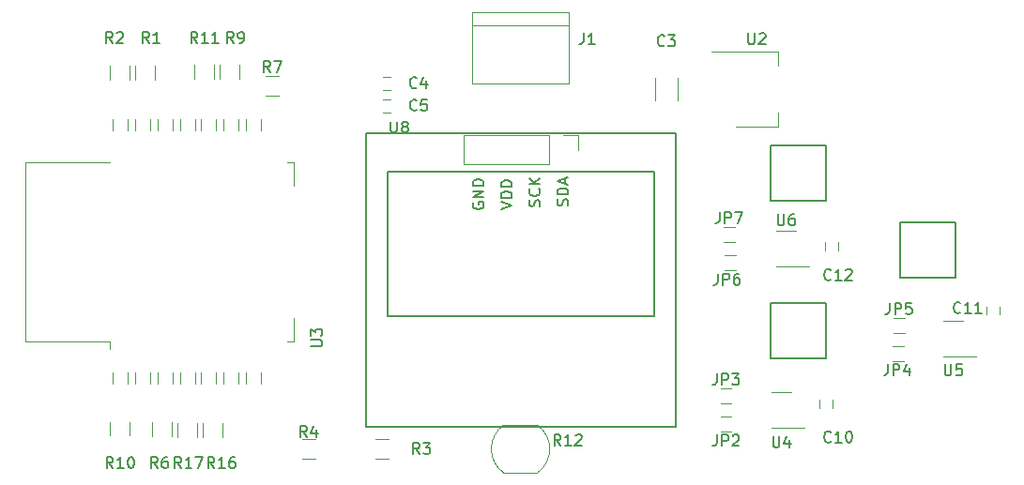
<source format=gto>
G04 #@! TF.GenerationSoftware,KiCad,Pcbnew,(5.1.0)-1*
G04 #@! TF.CreationDate,2020-04-13T11:23:52+02:00*
G04 #@! TF.ProjectId,objet_chambre,6f626a65-745f-4636-9861-6d6272652e6b,rev?*
G04 #@! TF.SameCoordinates,PX9fa1b90PY2b1e160*
G04 #@! TF.FileFunction,Legend,Top*
G04 #@! TF.FilePolarity,Positive*
%FSLAX46Y46*%
G04 Gerber Fmt 4.6, Leading zero omitted, Abs format (unit mm)*
G04 Created by KiCad (PCBNEW (5.1.0)-1) date 2020-04-13 11:23:52*
%MOMM*%
%LPD*%
G04 APERTURE LIST*
%ADD10C,0.120000*%
%ADD11C,0.150000*%
G04 APERTURE END LIST*
D10*
X-12120000Y-8120000D02*
X-12120000Y8120000D01*
X-12120000Y8120000D02*
X-4500000Y8120000D01*
X11500000Y8120000D02*
X12120000Y8120000D01*
X12120000Y8120000D02*
X12120000Y6000000D01*
X12120000Y-6000000D02*
X12120000Y-8120000D01*
X12120000Y-8120000D02*
X11500000Y-8120000D01*
X-4500000Y-8120000D02*
X-12120000Y-8120000D01*
X-4500000Y-8120000D02*
X-4500000Y-8730000D01*
X37754000Y10542000D02*
X37754000Y9212000D01*
X36424000Y10542000D02*
X37754000Y10542000D01*
X35154000Y10542000D02*
X35154000Y7882000D01*
X35154000Y7882000D02*
X27474000Y7882000D01*
X35154000Y10542000D02*
X27474000Y10542000D01*
X27474000Y10542000D02*
X27474000Y7882000D01*
D11*
X46614000Y10712000D02*
X18614000Y10712000D01*
X18614000Y10712000D02*
X18614000Y-15788000D01*
X18614000Y-15788000D02*
X46614000Y-15788000D01*
X46614000Y-15788000D02*
X46614000Y10712000D01*
X44614000Y7212000D02*
X20614000Y7212000D01*
X20614000Y7212000D02*
X20614000Y-5788000D01*
X20614000Y-5788000D02*
X44614000Y-5788000D01*
X44614000Y-5788000D02*
X44614000Y7212000D01*
D10*
X20171000Y13787000D02*
X20871000Y13787000D01*
X20871000Y12587000D02*
X20171000Y12587000D01*
X20871000Y14619000D02*
X20171000Y14619000D01*
X20171000Y15819000D02*
X20871000Y15819000D01*
X3200000Y-10906000D02*
X3200000Y-11906000D01*
X1840000Y-11906000D02*
X1840000Y-10906000D01*
X7809000Y10954000D02*
X7809000Y11954000D01*
X9169000Y11954000D02*
X9169000Y10954000D01*
X5105000Y-10906000D02*
X5105000Y-11906000D01*
X3745000Y-11906000D02*
X3745000Y-10906000D01*
X9169000Y-10906000D02*
X9169000Y-11906000D01*
X7809000Y-11906000D02*
X7809000Y-10906000D01*
X7137000Y-10906000D02*
X7137000Y-11906000D01*
X5777000Y-11906000D02*
X5777000Y-10906000D01*
X-192000Y10954000D02*
X-192000Y11954000D01*
X1168000Y11954000D02*
X1168000Y10954000D01*
X1840000Y10954000D02*
X1840000Y11954000D01*
X3200000Y11954000D02*
X3200000Y10954000D01*
X-2224000Y10954000D02*
X-2224000Y11954000D01*
X-864000Y11954000D02*
X-864000Y10954000D01*
X5777000Y10954000D02*
X5777000Y11954000D01*
X7137000Y11954000D02*
X7137000Y10954000D01*
X-4256000Y10954000D02*
X-4256000Y11954000D01*
X-2896000Y11954000D02*
X-2896000Y10954000D01*
X3745000Y10954000D02*
X3745000Y11954000D01*
X5105000Y11954000D02*
X5105000Y10954000D01*
X-2224000Y-11906000D02*
X-2224000Y-10906000D01*
X-864000Y-10906000D02*
X-864000Y-11906000D01*
X-192000Y-11906000D02*
X-192000Y-10906000D01*
X1168000Y-10906000D02*
X1168000Y-11906000D01*
X-4256000Y-11906000D02*
X-4256000Y-10906000D01*
X-2896000Y-10906000D02*
X-2896000Y-11906000D01*
X51872000Y876800D02*
X50872000Y876800D01*
X50872000Y2236800D02*
X51872000Y2236800D01*
X51956000Y-1663200D02*
X50956000Y-1663200D01*
X50956000Y-303200D02*
X51956000Y-303200D01*
X67214000Y-7284000D02*
X66214000Y-7284000D01*
X66214000Y-5924000D02*
X67214000Y-5924000D01*
X67114000Y-9824000D02*
X66114000Y-9824000D01*
X66114000Y-8464000D02*
X67114000Y-8464000D01*
X51614000Y-13664000D02*
X50614000Y-13664000D01*
X50614000Y-12304000D02*
X51614000Y-12304000D01*
X51614000Y-16204000D02*
X50614000Y-16204000D01*
X50614000Y-14844000D02*
X51614000Y-14844000D01*
X46740000Y13704000D02*
X46740000Y15704000D01*
X44700000Y15704000D02*
X44700000Y13704000D01*
X60714000Y-13366000D02*
X60714000Y-14066000D01*
X59514000Y-14066000D02*
X59514000Y-13366000D01*
X74584000Y-5618000D02*
X74584000Y-4918000D01*
X75784000Y-4918000D02*
X75784000Y-5618000D01*
X60000000Y158000D02*
X60000000Y858000D01*
X61200000Y858000D02*
X61200000Y158000D01*
X36940000Y21655000D02*
X36940000Y15245000D01*
X28240000Y20425000D02*
X36940000Y20425000D01*
X28240000Y15245000D02*
X28240000Y21655000D01*
X36940000Y15245000D02*
X28240000Y15245000D01*
X36940000Y21655000D02*
X28240000Y21655000D01*
D11*
X55114640Y-9611360D02*
X55114640Y-4612640D01*
X60113360Y-9611360D02*
X55114640Y-9611360D01*
X60113360Y-4612640D02*
X60113360Y-9611360D01*
X55114640Y-4612640D02*
X60113360Y-4612640D01*
X66842640Y2711360D02*
X71841360Y2711360D01*
X71841360Y2711360D02*
X71841360Y-2287360D01*
X71841360Y-2287360D02*
X66842640Y-2287360D01*
X66842640Y-2287360D02*
X66842640Y2711360D01*
X55114640Y4612640D02*
X55114640Y9611360D01*
X60113360Y4612640D02*
X55114640Y4612640D01*
X60113360Y9611360D02*
X60113360Y4612640D01*
X55114640Y9611360D02*
X60113360Y9611360D01*
D10*
X-390000Y16776000D02*
X-390000Y15576000D01*
X-2150000Y15576000D02*
X-2150000Y16776000D01*
X-2676000Y16776000D02*
X-2676000Y15576000D01*
X-4436000Y15576000D02*
X-4436000Y16776000D01*
X20666000Y-18660000D02*
X19466000Y-18660000D01*
X19466000Y-16900000D02*
X20666000Y-16900000D01*
X12862000Y-16900000D02*
X14062000Y-16900000D01*
X14062000Y-18660000D02*
X12862000Y-18660000D01*
X-626000Y-16602000D02*
X-626000Y-15402000D01*
X1134000Y-15402000D02*
X1134000Y-16602000D01*
X9560000Y15866000D02*
X10760000Y15866000D01*
X10760000Y14106000D02*
X9560000Y14106000D01*
X5470000Y15656000D02*
X5470000Y16856000D01*
X7230000Y16856000D02*
X7230000Y15656000D01*
X-2676000Y-15322000D02*
X-2676000Y-16522000D01*
X-4436000Y-16522000D02*
X-4436000Y-15322000D01*
X4944000Y16856000D02*
X4944000Y15656000D01*
X3184000Y15656000D02*
X3184000Y16856000D01*
X34134513Y-19898249D02*
G75*
G03X34090000Y-15630000I-1544513J2118249D01*
G01*
X31061766Y-15614474D02*
G75*
G03X31040000Y-19930000I1528234J-2165526D01*
G01*
X31040000Y-15630000D02*
X34090000Y-15630000D01*
X31040000Y-19930000D02*
X34090000Y-19930000D01*
X3946000Y-16682000D02*
X3946000Y-15482000D01*
X5706000Y-15482000D02*
X5706000Y-16682000D01*
X3420000Y-15482000D02*
X3420000Y-16682000D01*
X1660000Y-16682000D02*
X1660000Y-15482000D01*
X49776000Y18114000D02*
X55786000Y18114000D01*
X52026000Y11294000D02*
X55786000Y11294000D01*
X55786000Y18114000D02*
X55786000Y16854000D01*
X55786000Y11294000D02*
X55786000Y12554000D01*
X57014000Y-12678000D02*
X55214000Y-12678000D01*
X55214000Y-15898000D02*
X58164000Y-15898000D01*
X70714000Y-9398000D02*
X73664000Y-9398000D01*
X72514000Y-6178000D02*
X70714000Y-6178000D01*
X55636000Y-1291200D02*
X58586000Y-1291200D01*
X57436000Y1928800D02*
X55636000Y1928800D01*
D11*
X13676380Y-8508904D02*
X14485904Y-8508904D01*
X14581142Y-8461285D01*
X14628761Y-8413666D01*
X14676380Y-8318428D01*
X14676380Y-8127952D01*
X14628761Y-8032714D01*
X14581142Y-7985095D01*
X14485904Y-7937476D01*
X13676380Y-7937476D01*
X13676380Y-7556523D02*
X13676380Y-6937476D01*
X14057333Y-7270809D01*
X14057333Y-7127952D01*
X14104952Y-7032714D01*
X14152571Y-6985095D01*
X14247809Y-6937476D01*
X14485904Y-6937476D01*
X14581142Y-6985095D01*
X14628761Y-7032714D01*
X14676380Y-7127952D01*
X14676380Y-7413666D01*
X14628761Y-7508904D01*
X14581142Y-7556523D01*
X20852095Y11759620D02*
X20852095Y10950096D01*
X20899714Y10854858D01*
X20947333Y10807239D01*
X21042571Y10759620D01*
X21233047Y10759620D01*
X21328285Y10807239D01*
X21375904Y10854858D01*
X21423523Y10950096D01*
X21423523Y11759620D01*
X22042571Y11331048D02*
X21947333Y11378667D01*
X21899714Y11426286D01*
X21852095Y11521524D01*
X21852095Y11569143D01*
X21899714Y11664381D01*
X21947333Y11712000D01*
X22042571Y11759620D01*
X22233047Y11759620D01*
X22328285Y11712000D01*
X22375904Y11664381D01*
X22423523Y11569143D01*
X22423523Y11521524D01*
X22375904Y11426286D01*
X22328285Y11378667D01*
X22233047Y11331048D01*
X22042571Y11331048D01*
X21947333Y11283429D01*
X21899714Y11235810D01*
X21852095Y11140572D01*
X21852095Y10950096D01*
X21899714Y10854858D01*
X21947333Y10807239D01*
X22042571Y10759620D01*
X22233047Y10759620D01*
X22328285Y10807239D01*
X22375904Y10854858D01*
X22423523Y10950096D01*
X22423523Y11140572D01*
X22375904Y11235810D01*
X22328285Y11283429D01*
X22233047Y11331048D01*
X28304000Y4450096D02*
X28256380Y4354858D01*
X28256380Y4212000D01*
X28304000Y4069143D01*
X28399238Y3973905D01*
X28494476Y3926286D01*
X28684952Y3878667D01*
X28827809Y3878667D01*
X29018285Y3926286D01*
X29113523Y3973905D01*
X29208761Y4069143D01*
X29256380Y4212000D01*
X29256380Y4307239D01*
X29208761Y4450096D01*
X29161142Y4497715D01*
X28827809Y4497715D01*
X28827809Y4307239D01*
X29256380Y4926286D02*
X28256380Y4926286D01*
X29256380Y5497715D01*
X28256380Y5497715D01*
X29256380Y5973905D02*
X28256380Y5973905D01*
X28256380Y6212000D01*
X28304000Y6354858D01*
X28399238Y6450096D01*
X28494476Y6497715D01*
X28684952Y6545334D01*
X28827809Y6545334D01*
X29018285Y6497715D01*
X29113523Y6450096D01*
X29208761Y6354858D01*
X29256380Y6212000D01*
X29256380Y5973905D01*
X30796380Y3878667D02*
X31796380Y4212000D01*
X30796380Y4545334D01*
X31796380Y4878667D02*
X30796380Y4878667D01*
X30796380Y5116762D01*
X30844000Y5259620D01*
X30939238Y5354858D01*
X31034476Y5402477D01*
X31224952Y5450096D01*
X31367809Y5450096D01*
X31558285Y5402477D01*
X31653523Y5354858D01*
X31748761Y5259620D01*
X31796380Y5116762D01*
X31796380Y4878667D01*
X31796380Y5878667D02*
X30796380Y5878667D01*
X30796380Y6116762D01*
X30844000Y6259620D01*
X30939238Y6354858D01*
X31034476Y6402477D01*
X31224952Y6450096D01*
X31367809Y6450096D01*
X31558285Y6402477D01*
X31653523Y6354858D01*
X31748761Y6259620D01*
X31796380Y6116762D01*
X31796380Y5878667D01*
X36828761Y4187715D02*
X36876380Y4330572D01*
X36876380Y4568667D01*
X36828761Y4663905D01*
X36781142Y4711524D01*
X36685904Y4759143D01*
X36590666Y4759143D01*
X36495428Y4711524D01*
X36447809Y4663905D01*
X36400190Y4568667D01*
X36352571Y4378191D01*
X36304952Y4282953D01*
X36257333Y4235334D01*
X36162095Y4187715D01*
X36066857Y4187715D01*
X35971619Y4235334D01*
X35924000Y4282953D01*
X35876380Y4378191D01*
X35876380Y4616286D01*
X35924000Y4759143D01*
X36876380Y5187715D02*
X35876380Y5187715D01*
X35876380Y5425810D01*
X35924000Y5568667D01*
X36019238Y5663905D01*
X36114476Y5711524D01*
X36304952Y5759143D01*
X36447809Y5759143D01*
X36638285Y5711524D01*
X36733523Y5663905D01*
X36828761Y5568667D01*
X36876380Y5425810D01*
X36876380Y5187715D01*
X36590666Y6140096D02*
X36590666Y6616286D01*
X36876380Y6044858D02*
X35876380Y6378191D01*
X36876380Y6711524D01*
X34288761Y4116286D02*
X34336380Y4259143D01*
X34336380Y4497239D01*
X34288761Y4592477D01*
X34241142Y4640096D01*
X34145904Y4687715D01*
X34050666Y4687715D01*
X33955428Y4640096D01*
X33907809Y4592477D01*
X33860190Y4497239D01*
X33812571Y4306762D01*
X33764952Y4211524D01*
X33717333Y4163905D01*
X33622095Y4116286D01*
X33526857Y4116286D01*
X33431619Y4163905D01*
X33384000Y4211524D01*
X33336380Y4306762D01*
X33336380Y4544858D01*
X33384000Y4687715D01*
X34241142Y5687715D02*
X34288761Y5640096D01*
X34336380Y5497239D01*
X34336380Y5402000D01*
X34288761Y5259143D01*
X34193523Y5163905D01*
X34098285Y5116286D01*
X33907809Y5068667D01*
X33764952Y5068667D01*
X33574476Y5116286D01*
X33479238Y5163905D01*
X33384000Y5259143D01*
X33336380Y5402000D01*
X33336380Y5497239D01*
X33384000Y5640096D01*
X33431619Y5687715D01*
X34336380Y6116286D02*
X33336380Y6116286D01*
X34336380Y6687715D02*
X33764952Y6259143D01*
X33336380Y6687715D02*
X33907809Y6116286D01*
X23201333Y12850858D02*
X23153714Y12803239D01*
X23010857Y12755620D01*
X22915619Y12755620D01*
X22772761Y12803239D01*
X22677523Y12898477D01*
X22629904Y12993715D01*
X22582285Y13184191D01*
X22582285Y13327048D01*
X22629904Y13517524D01*
X22677523Y13612762D01*
X22772761Y13708000D01*
X22915619Y13755620D01*
X23010857Y13755620D01*
X23153714Y13708000D01*
X23201333Y13660381D01*
X24106095Y13755620D02*
X23629904Y13755620D01*
X23582285Y13279429D01*
X23629904Y13327048D01*
X23725142Y13374667D01*
X23963238Y13374667D01*
X24058476Y13327048D01*
X24106095Y13279429D01*
X24153714Y13184191D01*
X24153714Y12946096D01*
X24106095Y12850858D01*
X24058476Y12803239D01*
X23963238Y12755620D01*
X23725142Y12755620D01*
X23629904Y12803239D01*
X23582285Y12850858D01*
X23201333Y14861858D02*
X23153714Y14814239D01*
X23010857Y14766620D01*
X22915619Y14766620D01*
X22772761Y14814239D01*
X22677523Y14909477D01*
X22629904Y15004715D01*
X22582285Y15195191D01*
X22582285Y15338048D01*
X22629904Y15528524D01*
X22677523Y15623762D01*
X22772761Y15719000D01*
X22915619Y15766620D01*
X23010857Y15766620D01*
X23153714Y15719000D01*
X23201333Y15671381D01*
X24058476Y15433286D02*
X24058476Y14766620D01*
X23820380Y15814239D02*
X23582285Y15099953D01*
X24201333Y15099953D01*
X50538666Y3595620D02*
X50538666Y2881334D01*
X50491047Y2738477D01*
X50395809Y2643239D01*
X50252952Y2595620D01*
X50157714Y2595620D01*
X51014857Y2595620D02*
X51014857Y3595620D01*
X51395809Y3595620D01*
X51491047Y3548000D01*
X51538666Y3500381D01*
X51586285Y3405143D01*
X51586285Y3262286D01*
X51538666Y3167048D01*
X51491047Y3119429D01*
X51395809Y3071810D01*
X51014857Y3071810D01*
X51919619Y3595620D02*
X52586285Y3595620D01*
X52157714Y2595620D01*
X50368666Y-1959580D02*
X50368666Y-2673866D01*
X50321047Y-2816723D01*
X50225809Y-2911961D01*
X50082952Y-2959580D01*
X49987714Y-2959580D01*
X50844857Y-2959580D02*
X50844857Y-1959580D01*
X51225809Y-1959580D01*
X51321047Y-2007200D01*
X51368666Y-2054819D01*
X51416285Y-2150057D01*
X51416285Y-2292914D01*
X51368666Y-2388152D01*
X51321047Y-2435771D01*
X51225809Y-2483390D01*
X50844857Y-2483390D01*
X52273428Y-1959580D02*
X52082952Y-1959580D01*
X51987714Y-2007200D01*
X51940095Y-2054819D01*
X51844857Y-2197676D01*
X51797238Y-2388152D01*
X51797238Y-2769104D01*
X51844857Y-2864342D01*
X51892476Y-2911961D01*
X51987714Y-2959580D01*
X52178190Y-2959580D01*
X52273428Y-2911961D01*
X52321047Y-2864342D01*
X52368666Y-2769104D01*
X52368666Y-2531009D01*
X52321047Y-2435771D01*
X52273428Y-2388152D01*
X52178190Y-2340533D01*
X51987714Y-2340533D01*
X51892476Y-2388152D01*
X51844857Y-2435771D01*
X51797238Y-2531009D01*
X65880666Y-4606380D02*
X65880666Y-5320666D01*
X65833047Y-5463523D01*
X65737809Y-5558761D01*
X65594952Y-5606380D01*
X65499714Y-5606380D01*
X66356857Y-5606380D02*
X66356857Y-4606380D01*
X66737809Y-4606380D01*
X66833047Y-4654000D01*
X66880666Y-4701619D01*
X66928285Y-4796857D01*
X66928285Y-4939714D01*
X66880666Y-5034952D01*
X66833047Y-5082571D01*
X66737809Y-5130190D01*
X66356857Y-5130190D01*
X67833047Y-4606380D02*
X67356857Y-4606380D01*
X67309238Y-5082571D01*
X67356857Y-5034952D01*
X67452095Y-4987333D01*
X67690190Y-4987333D01*
X67785428Y-5034952D01*
X67833047Y-5082571D01*
X67880666Y-5177809D01*
X67880666Y-5415904D01*
X67833047Y-5511142D01*
X67785428Y-5558761D01*
X67690190Y-5606380D01*
X67452095Y-5606380D01*
X67356857Y-5558761D01*
X67309238Y-5511142D01*
X65714666Y-10120380D02*
X65714666Y-10834666D01*
X65667047Y-10977523D01*
X65571809Y-11072761D01*
X65428952Y-11120380D01*
X65333714Y-11120380D01*
X66190857Y-11120380D02*
X66190857Y-10120380D01*
X66571809Y-10120380D01*
X66667047Y-10168000D01*
X66714666Y-10215619D01*
X66762285Y-10310857D01*
X66762285Y-10453714D01*
X66714666Y-10548952D01*
X66667047Y-10596571D01*
X66571809Y-10644190D01*
X66190857Y-10644190D01*
X67619428Y-10453714D02*
X67619428Y-11120380D01*
X67381333Y-10072761D02*
X67143238Y-10787047D01*
X67762285Y-10787047D01*
X50280666Y-10986380D02*
X50280666Y-11700666D01*
X50233047Y-11843523D01*
X50137809Y-11938761D01*
X49994952Y-11986380D01*
X49899714Y-11986380D01*
X50756857Y-11986380D02*
X50756857Y-10986380D01*
X51137809Y-10986380D01*
X51233047Y-11034000D01*
X51280666Y-11081619D01*
X51328285Y-11176857D01*
X51328285Y-11319714D01*
X51280666Y-11414952D01*
X51233047Y-11462571D01*
X51137809Y-11510190D01*
X50756857Y-11510190D01*
X51661619Y-10986380D02*
X52280666Y-10986380D01*
X51947333Y-11367333D01*
X52090190Y-11367333D01*
X52185428Y-11414952D01*
X52233047Y-11462571D01*
X52280666Y-11557809D01*
X52280666Y-11795904D01*
X52233047Y-11891142D01*
X52185428Y-11938761D01*
X52090190Y-11986380D01*
X51804476Y-11986380D01*
X51709238Y-11938761D01*
X51661619Y-11891142D01*
X50280666Y-16500380D02*
X50280666Y-17214666D01*
X50233047Y-17357523D01*
X50137809Y-17452761D01*
X49994952Y-17500380D01*
X49899714Y-17500380D01*
X50756857Y-17500380D02*
X50756857Y-16500380D01*
X51137809Y-16500380D01*
X51233047Y-16548000D01*
X51280666Y-16595619D01*
X51328285Y-16690857D01*
X51328285Y-16833714D01*
X51280666Y-16928952D01*
X51233047Y-16976571D01*
X51137809Y-17024190D01*
X50756857Y-17024190D01*
X51709238Y-16595619D02*
X51756857Y-16548000D01*
X51852095Y-16500380D01*
X52090190Y-16500380D01*
X52185428Y-16548000D01*
X52233047Y-16595619D01*
X52280666Y-16690857D01*
X52280666Y-16786095D01*
X52233047Y-16928952D01*
X51661619Y-17500380D01*
X52280666Y-17500380D01*
X45553333Y18664858D02*
X45505714Y18617239D01*
X45362857Y18569620D01*
X45267619Y18569620D01*
X45124761Y18617239D01*
X45029523Y18712477D01*
X44981904Y18807715D01*
X44934285Y18998191D01*
X44934285Y19141048D01*
X44981904Y19331524D01*
X45029523Y19426762D01*
X45124761Y19522000D01*
X45267619Y19569620D01*
X45362857Y19569620D01*
X45505714Y19522000D01*
X45553333Y19474381D01*
X45886666Y19569620D02*
X46505714Y19569620D01*
X46172380Y19188667D01*
X46315238Y19188667D01*
X46410476Y19141048D01*
X46458095Y19093429D01*
X46505714Y18998191D01*
X46505714Y18760096D01*
X46458095Y18664858D01*
X46410476Y18617239D01*
X46315238Y18569620D01*
X46029523Y18569620D01*
X45934285Y18617239D01*
X45886666Y18664858D01*
X60571142Y-17091142D02*
X60523523Y-17138761D01*
X60380666Y-17186380D01*
X60285428Y-17186380D01*
X60142571Y-17138761D01*
X60047333Y-17043523D01*
X59999714Y-16948285D01*
X59952095Y-16757809D01*
X59952095Y-16614952D01*
X59999714Y-16424476D01*
X60047333Y-16329238D01*
X60142571Y-16234000D01*
X60285428Y-16186380D01*
X60380666Y-16186380D01*
X60523523Y-16234000D01*
X60571142Y-16281619D01*
X61523523Y-17186380D02*
X60952095Y-17186380D01*
X61237809Y-17186380D02*
X61237809Y-16186380D01*
X61142571Y-16329238D01*
X61047333Y-16424476D01*
X60952095Y-16472095D01*
X62142571Y-16186380D02*
X62237809Y-16186380D01*
X62333047Y-16234000D01*
X62380666Y-16281619D01*
X62428285Y-16376857D01*
X62475904Y-16567333D01*
X62475904Y-16805428D01*
X62428285Y-16995904D01*
X62380666Y-17091142D01*
X62333047Y-17138761D01*
X62237809Y-17186380D01*
X62142571Y-17186380D01*
X62047333Y-17138761D01*
X61999714Y-17091142D01*
X61952095Y-16995904D01*
X61904476Y-16805428D01*
X61904476Y-16567333D01*
X61952095Y-16376857D01*
X61999714Y-16281619D01*
X62047333Y-16234000D01*
X62142571Y-16186380D01*
X72255142Y-5437142D02*
X72207523Y-5484761D01*
X72064666Y-5532380D01*
X71969428Y-5532380D01*
X71826571Y-5484761D01*
X71731333Y-5389523D01*
X71683714Y-5294285D01*
X71636095Y-5103809D01*
X71636095Y-4960952D01*
X71683714Y-4770476D01*
X71731333Y-4675238D01*
X71826571Y-4580000D01*
X71969428Y-4532380D01*
X72064666Y-4532380D01*
X72207523Y-4580000D01*
X72255142Y-4627619D01*
X73207523Y-5532380D02*
X72636095Y-5532380D01*
X72921809Y-5532380D02*
X72921809Y-4532380D01*
X72826571Y-4675238D01*
X72731333Y-4770476D01*
X72636095Y-4818095D01*
X74159904Y-5532380D02*
X73588476Y-5532380D01*
X73874190Y-5532380D02*
X73874190Y-4532380D01*
X73778952Y-4675238D01*
X73683714Y-4770476D01*
X73588476Y-4818095D01*
X60571142Y-2453942D02*
X60523523Y-2501561D01*
X60380666Y-2549180D01*
X60285428Y-2549180D01*
X60142571Y-2501561D01*
X60047333Y-2406323D01*
X59999714Y-2311085D01*
X59952095Y-2120609D01*
X59952095Y-1977752D01*
X59999714Y-1787276D01*
X60047333Y-1692038D01*
X60142571Y-1596800D01*
X60285428Y-1549180D01*
X60380666Y-1549180D01*
X60523523Y-1596800D01*
X60571142Y-1644419D01*
X61523523Y-2549180D02*
X60952095Y-2549180D01*
X61237809Y-2549180D02*
X61237809Y-1549180D01*
X61142571Y-1692038D01*
X61047333Y-1787276D01*
X60952095Y-1834895D01*
X61904476Y-1644419D02*
X61952095Y-1596800D01*
X62047333Y-1549180D01*
X62285428Y-1549180D01*
X62380666Y-1596800D01*
X62428285Y-1644419D01*
X62475904Y-1739657D01*
X62475904Y-1834895D01*
X62428285Y-1977752D01*
X61856857Y-2549180D01*
X62475904Y-2549180D01*
X38280666Y19759620D02*
X38280666Y19045334D01*
X38233047Y18902477D01*
X38137809Y18807239D01*
X37994952Y18759620D01*
X37899714Y18759620D01*
X39280666Y18759620D02*
X38709238Y18759620D01*
X38994952Y18759620D02*
X38994952Y19759620D01*
X38899714Y19616762D01*
X38804476Y19521524D01*
X38709238Y19473905D01*
X-928667Y18851620D02*
X-1262000Y19327810D01*
X-1500096Y18851620D02*
X-1500096Y19851620D01*
X-1119143Y19851620D01*
X-1023905Y19804000D01*
X-976286Y19756381D01*
X-928667Y19661143D01*
X-928667Y19518286D01*
X-976286Y19423048D01*
X-1023905Y19375429D01*
X-1119143Y19327810D01*
X-1500096Y19327810D01*
X23714Y18851620D02*
X-547715Y18851620D01*
X-262000Y18851620D02*
X-262000Y19851620D01*
X-357239Y19708762D01*
X-452477Y19613524D01*
X-547715Y19565905D01*
X-4230667Y18851620D02*
X-4564000Y19327810D01*
X-4802096Y18851620D02*
X-4802096Y19851620D01*
X-4421143Y19851620D01*
X-4325905Y19804000D01*
X-4278286Y19756381D01*
X-4230667Y19661143D01*
X-4230667Y19518286D01*
X-4278286Y19423048D01*
X-4325905Y19375429D01*
X-4421143Y19327810D01*
X-4802096Y19327810D01*
X-3849715Y19756381D02*
X-3802096Y19804000D01*
X-3706858Y19851620D01*
X-3468762Y19851620D01*
X-3373524Y19804000D01*
X-3325905Y19756381D01*
X-3278286Y19661143D01*
X-3278286Y19565905D01*
X-3325905Y19423048D01*
X-3897334Y18851620D01*
X-3278286Y18851620D01*
X23455333Y-18232380D02*
X23122000Y-17756190D01*
X22883904Y-18232380D02*
X22883904Y-17232380D01*
X23264857Y-17232380D01*
X23360095Y-17280000D01*
X23407714Y-17327619D01*
X23455333Y-17422857D01*
X23455333Y-17565714D01*
X23407714Y-17660952D01*
X23360095Y-17708571D01*
X23264857Y-17756190D01*
X22883904Y-17756190D01*
X23788666Y-17232380D02*
X24407714Y-17232380D01*
X24074380Y-17613333D01*
X24217238Y-17613333D01*
X24312476Y-17660952D01*
X24360095Y-17708571D01*
X24407714Y-17803809D01*
X24407714Y-18041904D01*
X24360095Y-18137142D01*
X24312476Y-18184761D01*
X24217238Y-18232380D01*
X23931523Y-18232380D01*
X23836285Y-18184761D01*
X23788666Y-18137142D01*
X13295333Y-16708380D02*
X12962000Y-16232190D01*
X12723904Y-16708380D02*
X12723904Y-15708380D01*
X13104857Y-15708380D01*
X13200095Y-15756000D01*
X13247714Y-15803619D01*
X13295333Y-15898857D01*
X13295333Y-16041714D01*
X13247714Y-16136952D01*
X13200095Y-16184571D01*
X13104857Y-16232190D01*
X12723904Y-16232190D01*
X14152476Y-16041714D02*
X14152476Y-16708380D01*
X13914380Y-15660761D02*
X13676285Y-16375047D01*
X14295333Y-16375047D01*
X-166667Y-19502380D02*
X-500000Y-19026190D01*
X-738096Y-19502380D02*
X-738096Y-18502380D01*
X-357143Y-18502380D01*
X-261905Y-18550000D01*
X-214286Y-18597619D01*
X-166667Y-18692857D01*
X-166667Y-18835714D01*
X-214286Y-18930952D01*
X-261905Y-18978571D01*
X-357143Y-19026190D01*
X-738096Y-19026190D01*
X690476Y-18502380D02*
X500000Y-18502380D01*
X404761Y-18550000D01*
X357142Y-18597619D01*
X261904Y-18740476D01*
X214285Y-18930952D01*
X214285Y-19311904D01*
X261904Y-19407142D01*
X309523Y-19454761D01*
X404761Y-19502380D01*
X595238Y-19502380D01*
X690476Y-19454761D01*
X738095Y-19407142D01*
X785714Y-19311904D01*
X785714Y-19073809D01*
X738095Y-18978571D01*
X690476Y-18930952D01*
X595238Y-18883333D01*
X404761Y-18883333D01*
X309523Y-18930952D01*
X261904Y-18978571D01*
X214285Y-19073809D01*
X9993333Y16233620D02*
X9660000Y16709810D01*
X9421904Y16233620D02*
X9421904Y17233620D01*
X9802857Y17233620D01*
X9898095Y17186000D01*
X9945714Y17138381D01*
X9993333Y17043143D01*
X9993333Y16900286D01*
X9945714Y16805048D01*
X9898095Y16757429D01*
X9802857Y16709810D01*
X9421904Y16709810D01*
X10326666Y17233620D02*
X10993333Y17233620D01*
X10564761Y16233620D01*
X6691333Y18851620D02*
X6358000Y19327810D01*
X6119904Y18851620D02*
X6119904Y19851620D01*
X6500857Y19851620D01*
X6596095Y19804000D01*
X6643714Y19756381D01*
X6691333Y19661143D01*
X6691333Y19518286D01*
X6643714Y19423048D01*
X6596095Y19375429D01*
X6500857Y19327810D01*
X6119904Y19327810D01*
X7167523Y18851620D02*
X7358000Y18851620D01*
X7453238Y18899239D01*
X7500857Y18946858D01*
X7596095Y19089715D01*
X7643714Y19280191D01*
X7643714Y19661143D01*
X7596095Y19756381D01*
X7548476Y19804000D01*
X7453238Y19851620D01*
X7262761Y19851620D01*
X7167523Y19804000D01*
X7119904Y19756381D01*
X7072285Y19661143D01*
X7072285Y19423048D01*
X7119904Y19327810D01*
X7167523Y19280191D01*
X7262761Y19232572D01*
X7453238Y19232572D01*
X7548476Y19280191D01*
X7596095Y19327810D01*
X7643714Y19423048D01*
X-4198858Y-19502380D02*
X-4532191Y-19026190D01*
X-4770286Y-19502380D02*
X-4770286Y-18502380D01*
X-4389334Y-18502380D01*
X-4294096Y-18550000D01*
X-4246477Y-18597619D01*
X-4198858Y-18692857D01*
X-4198858Y-18835714D01*
X-4246477Y-18930952D01*
X-4294096Y-18978571D01*
X-4389334Y-19026190D01*
X-4770286Y-19026190D01*
X-3246477Y-19502380D02*
X-3817905Y-19502380D01*
X-3532191Y-19502380D02*
X-3532191Y-18502380D01*
X-3627429Y-18645238D01*
X-3722667Y-18740476D01*
X-3817905Y-18788095D01*
X-2627429Y-18502380D02*
X-2532191Y-18502380D01*
X-2436953Y-18550000D01*
X-2389334Y-18597619D01*
X-2341715Y-18692857D01*
X-2294096Y-18883333D01*
X-2294096Y-19121428D01*
X-2341715Y-19311904D01*
X-2389334Y-19407142D01*
X-2436953Y-19454761D01*
X-2532191Y-19502380D01*
X-2627429Y-19502380D01*
X-2722667Y-19454761D01*
X-2770286Y-19407142D01*
X-2817905Y-19311904D01*
X-2865524Y-19121428D01*
X-2865524Y-18883333D01*
X-2817905Y-18692857D01*
X-2770286Y-18597619D01*
X-2722667Y-18550000D01*
X-2627429Y-18502380D01*
X3421142Y18851620D02*
X3087809Y19327810D01*
X2849714Y18851620D02*
X2849714Y19851620D01*
X3230666Y19851620D01*
X3325904Y19804000D01*
X3373523Y19756381D01*
X3421142Y19661143D01*
X3421142Y19518286D01*
X3373523Y19423048D01*
X3325904Y19375429D01*
X3230666Y19327810D01*
X2849714Y19327810D01*
X4373523Y18851620D02*
X3802095Y18851620D01*
X4087809Y18851620D02*
X4087809Y19851620D01*
X3992571Y19708762D01*
X3897333Y19613524D01*
X3802095Y19565905D01*
X5325904Y18851620D02*
X4754476Y18851620D01*
X5040190Y18851620D02*
X5040190Y19851620D01*
X4944952Y19708762D01*
X4849714Y19613524D01*
X4754476Y19565905D01*
X36187142Y-17470380D02*
X35853809Y-16994190D01*
X35615714Y-17470380D02*
X35615714Y-16470380D01*
X35996666Y-16470380D01*
X36091904Y-16518000D01*
X36139523Y-16565619D01*
X36187142Y-16660857D01*
X36187142Y-16803714D01*
X36139523Y-16898952D01*
X36091904Y-16946571D01*
X35996666Y-16994190D01*
X35615714Y-16994190D01*
X37139523Y-17470380D02*
X36568095Y-17470380D01*
X36853809Y-17470380D02*
X36853809Y-16470380D01*
X36758571Y-16613238D01*
X36663333Y-16708476D01*
X36568095Y-16756095D01*
X37520476Y-16565619D02*
X37568095Y-16518000D01*
X37663333Y-16470380D01*
X37901428Y-16470380D01*
X37996666Y-16518000D01*
X38044285Y-16565619D01*
X38091904Y-16660857D01*
X38091904Y-16756095D01*
X38044285Y-16898952D01*
X37472857Y-17470380D01*
X38091904Y-17470380D01*
X4945142Y-19502380D02*
X4611809Y-19026190D01*
X4373714Y-19502380D02*
X4373714Y-18502380D01*
X4754666Y-18502380D01*
X4849904Y-18550000D01*
X4897523Y-18597619D01*
X4945142Y-18692857D01*
X4945142Y-18835714D01*
X4897523Y-18930952D01*
X4849904Y-18978571D01*
X4754666Y-19026190D01*
X4373714Y-19026190D01*
X5897523Y-19502380D02*
X5326095Y-19502380D01*
X5611809Y-19502380D02*
X5611809Y-18502380D01*
X5516571Y-18645238D01*
X5421333Y-18740476D01*
X5326095Y-18788095D01*
X6754666Y-18502380D02*
X6564190Y-18502380D01*
X6468952Y-18550000D01*
X6421333Y-18597619D01*
X6326095Y-18740476D01*
X6278476Y-18930952D01*
X6278476Y-19311904D01*
X6326095Y-19407142D01*
X6373714Y-19454761D01*
X6468952Y-19502380D01*
X6659428Y-19502380D01*
X6754666Y-19454761D01*
X6802285Y-19407142D01*
X6849904Y-19311904D01*
X6849904Y-19073809D01*
X6802285Y-18978571D01*
X6754666Y-18930952D01*
X6659428Y-18883333D01*
X6468952Y-18883333D01*
X6373714Y-18930952D01*
X6326095Y-18978571D01*
X6278476Y-19073809D01*
X1971142Y-19502380D02*
X1637809Y-19026190D01*
X1399714Y-19502380D02*
X1399714Y-18502380D01*
X1780666Y-18502380D01*
X1875904Y-18550000D01*
X1923523Y-18597619D01*
X1971142Y-18692857D01*
X1971142Y-18835714D01*
X1923523Y-18930952D01*
X1875904Y-18978571D01*
X1780666Y-19026190D01*
X1399714Y-19026190D01*
X2923523Y-19502380D02*
X2352095Y-19502380D01*
X2637809Y-19502380D02*
X2637809Y-18502380D01*
X2542571Y-18645238D01*
X2447333Y-18740476D01*
X2352095Y-18788095D01*
X3256857Y-18502380D02*
X3923523Y-18502380D01*
X3494952Y-19502380D01*
X53114095Y19751620D02*
X53114095Y18942096D01*
X53161714Y18846858D01*
X53209333Y18799239D01*
X53304571Y18751620D01*
X53495047Y18751620D01*
X53590285Y18799239D01*
X53637904Y18846858D01*
X53685523Y18942096D01*
X53685523Y19751620D01*
X54114095Y19656381D02*
X54161714Y19704000D01*
X54256952Y19751620D01*
X54495047Y19751620D01*
X54590285Y19704000D01*
X54637904Y19656381D01*
X54685523Y19561143D01*
X54685523Y19465905D01*
X54637904Y19323048D01*
X54066476Y18751620D01*
X54685523Y18751620D01*
X55352095Y-16640380D02*
X55352095Y-17449904D01*
X55399714Y-17545142D01*
X55447333Y-17592761D01*
X55542571Y-17640380D01*
X55733047Y-17640380D01*
X55828285Y-17592761D01*
X55875904Y-17545142D01*
X55923523Y-17449904D01*
X55923523Y-16640380D01*
X56828285Y-16973714D02*
X56828285Y-17640380D01*
X56590190Y-16592761D02*
X56352095Y-17307047D01*
X56971142Y-17307047D01*
X70852095Y-10140380D02*
X70852095Y-10949904D01*
X70899714Y-11045142D01*
X70947333Y-11092761D01*
X71042571Y-11140380D01*
X71233047Y-11140380D01*
X71328285Y-11092761D01*
X71375904Y-11045142D01*
X71423523Y-10949904D01*
X71423523Y-10140380D01*
X72375904Y-10140380D02*
X71899714Y-10140380D01*
X71852095Y-10616571D01*
X71899714Y-10568952D01*
X71994952Y-10521333D01*
X72233047Y-10521333D01*
X72328285Y-10568952D01*
X72375904Y-10616571D01*
X72423523Y-10711809D01*
X72423523Y-10949904D01*
X72375904Y-11045142D01*
X72328285Y-11092761D01*
X72233047Y-11140380D01*
X71994952Y-11140380D01*
X71899714Y-11092761D01*
X71852095Y-11045142D01*
X55774095Y3406420D02*
X55774095Y2596896D01*
X55821714Y2501658D01*
X55869333Y2454039D01*
X55964571Y2406420D01*
X56155047Y2406420D01*
X56250285Y2454039D01*
X56297904Y2501658D01*
X56345523Y2596896D01*
X56345523Y3406420D01*
X57250285Y3406420D02*
X57059809Y3406420D01*
X56964571Y3358800D01*
X56916952Y3311181D01*
X56821714Y3168324D01*
X56774095Y2977848D01*
X56774095Y2596896D01*
X56821714Y2501658D01*
X56869333Y2454039D01*
X56964571Y2406420D01*
X57155047Y2406420D01*
X57250285Y2454039D01*
X57297904Y2501658D01*
X57345523Y2596896D01*
X57345523Y2834991D01*
X57297904Y2930229D01*
X57250285Y2977848D01*
X57155047Y3025467D01*
X56964571Y3025467D01*
X56869333Y2977848D01*
X56821714Y2930229D01*
X56774095Y2834991D01*
M02*

</source>
